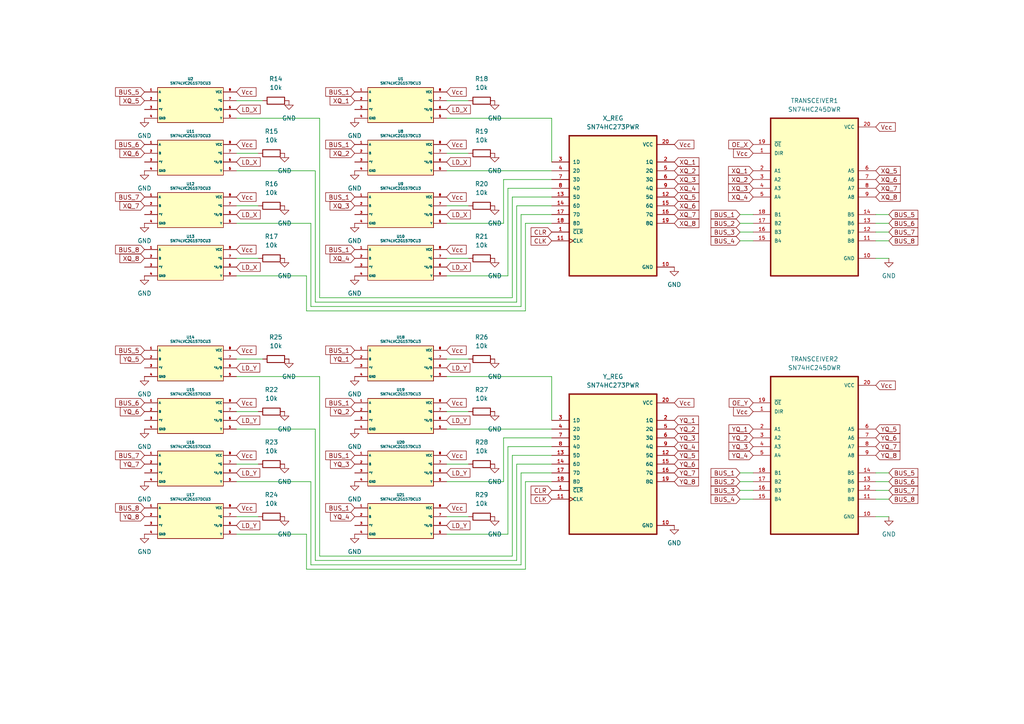
<source format=kicad_sch>
(kicad_sch (version 20250114) (generator "eeschema") (generator_version "9.0")
  (paper "A4")
  (lib_symbols
    (symbol "Device:R" (pin_numbers (hide yes)) (pin_names (offset 0))
      (property "Reference" "R" (at 2.032 0 90))
      (property "Value" "R" (at 0 0 90))
      (symbol "R_0_1"
        (rectangle (start -1.016 -2.54) (end 1.016 2.54) (stroke (width 0.254)))
      )
      (symbol "R_1_1"
        (pin passive line (at 0 3.81 270) (length 1.27) (name "~") (number "1"))
        (pin passive line (at 0 -3.81 90) (length 1.27) (name "~") (number "2"))
      )
    )
    (symbol "SN74HC245DWR:SN74HC245DWR" (pin_names (offset 1.016))
      (property "Reference" "U" (at -12.7 23.86 0))
      (property "Value" "SN74HC245DWR" (at -12.7 -26.86 0))
      (symbol "SN74HC245DWR_0_0"
        (rectangle (start -12.7 -22.86) (end 12.7 22.86) (stroke (width 0.41)) (fill (type background)))
        (pin input line (at -17.78 15.24 0) (length 5.08) (name "~{OE}") (number "19"))
        (pin input line (at -17.78 12.7 0) (length 5.08) (name "DIR") (number "1"))
        (pin bidirectional line (at -17.78 7.62 0) (length 5.08) (name "A1") (number "2"))
        (pin bidirectional line (at -17.78 5.08 0) (length 5.08) (name "A2") (number "3"))
        (pin bidirectional line (at -17.78 2.54 0) (length 5.08) (name "A3") (number "4"))
        (pin bidirectional line (at -17.78 0 0) (length 5.08) (name "A4") (number "5"))
        (pin bidirectional line (at -17.78 -5.08 0) (length 5.08) (name "B1") (number "18"))
        (pin bidirectional line (at -17.78 -7.62 0) (length 5.08) (name "B2") (number "17"))
        (pin bidirectional line (at -17.78 -10.16 0) (length 5.08) (name "B3") (number "16"))
        (pin bidirectional line (at -17.78 -12.7 0) (length 5.08) (name "B4") (number "15"))
        (pin power_in line (at 17.78 20.32 180) (length 5.08) (name "VCC") (number "20"))
        (pin bidirectional line (at 17.78 7.62 180) (length 5.08) (name "A5") (number "6"))
        (pin bidirectional line (at 17.78 5.08 180) (length 5.08) (name "A6") (number "7"))
        (pin bidirectional line (at 17.78 2.54 180) (length 5.08) (name "A7") (number "8"))
        (pin bidirectional line (at 17.78 0 180) (length 5.08) (name "A8") (number "9"))
        (pin bidirectional line (at 17.78 -5.08 180) (length 5.08) (name "B5") (number "14"))
        (pin bidirectional line (at 17.78 -7.62 180) (length 5.08) (name "B6") (number "13"))
        (pin bidirectional line (at 17.78 -10.16 180) (length 5.08) (name "B7") (number "12"))
        (pin bidirectional line (at 17.78 -12.7 180) (length 5.08) (name "B8") (number "11"))
        (pin power_in line (at 17.78 -17.78 180) (length 5.08) (name "GND") (number "10"))
      )
    )
    (symbol "SN74HC273PWR:SN74HC273PWR" (pin_names (offset 1.016))
      (property "Reference" "U" (at -12.7 21.32 0))
      (property "Value" "SN74HC273PWR" (at -12.7 -24.32 0))
      (symbol "SN74HC273PWR_0_0"
        (rectangle (start -12.7 -20.32) (end 12.7 20.32) (stroke (width 0.41)) (fill (type background)))
        (pin input line (at -17.78 12.7 0) (length 5.08) (name "1D") (number "3"))
        (pin input line (at -17.78 10.16 0) (length 5.08) (name "2D") (number "4"))
        (pin input line (at -17.78 7.62 0) (length 5.08) (name "3D") (number "7"))
        (pin input line (at -17.78 5.08 0) (length 5.08) (name "4D") (number "8"))
        (pin input line (at -17.78 2.54 0) (length 5.08) (name "5D") (number "13"))
        (pin input line (at -17.78 0 0) (length 5.08) (name "6D") (number "14"))
        (pin input line (at -17.78 -2.54 0) (length 5.08) (name "7D") (number "17"))
        (pin input line (at -17.78 -5.08 0) (length 5.08) (name "8D") (number "18"))
        (pin input line (at -17.78 -7.62 0) (length 5.08) (name "~{CLR}") (number "1"))
        (pin input clock (at -17.78 -10.16 0) (length 5.08) (name "CLK") (number "11"))
        (pin power_in line (at 17.78 17.78 180) (length 5.08) (name "VCC") (number "20"))
        (pin output line (at 17.78 12.7 180) (length 5.08) (name "1Q") (number "2"))
        (pin output line (at 17.78 10.16 180) (length 5.08) (name "2Q") (number "5"))
        (pin output line (at 17.78 7.62 180) (length 5.08) (name "3Q") (number "6"))
        (pin output line (at 17.78 5.08 180) (length 5.08) (name "4Q") (number "9"))
        (pin output line (at 17.78 2.54 180) (length 5.08) (name "5Q") (number "12"))
        (pin output line (at 17.78 0 180) (length 5.08) (name "6Q") (number "15"))
        (pin output line (at 17.78 -2.54 180) (length 5.08) (name "7Q") (number "16"))
        (pin output line (at 17.78 -5.08 180) (length 5.08) (name "8Q") (number "19"))
        (pin power_in line (at 17.78 -17.78 180) (length 5.08) (name "GND") (number "10"))
      )
    )
    (symbol "SN74LVC2G157DCU3:SN74LVC2G157DCU3" (pin_names (offset 0.254))
      (property "Reference" "U" (at 28.702 -30.226 0))
      (property "Value" "SN74LVC2G157DCU3" (at 28.448 -32.004 0))
      (symbol "SN74LVC2G157DCU3_0_1"
        (polyline (pts (xy 19.05 -33.02) (xy 19.05 -43.18)) (stroke (width 0.127)))
        (polyline (pts (xy 19.05 -43.18) (xy 38.1 -43.18)) (stroke (width 0.127)))
        (polyline (pts (xy 38.1 -33.02) (xy 19.05 -33.02)) (stroke (width 0.127)))
        (polyline (pts (xy 38.1 -43.18) (xy 38.1 -33.02)) (stroke (width 0.127)))
      )
      (symbol "SN74LVC2G157DCU3_1_1"
        (rectangle (start 19.05 -33.02) (end 38.1 -43.18) (fill (type background)))
        (pin input line (at 15.24 -34.29 0) (length 3.81) (name "A") (number "1"))
        (pin input line (at 15.24 -36.83 0) (length 3.81) (name "B") (number "2"))
        (pin output line (at 15.24 -39.37 0) (length 3.81) (name "*Y") (number "3"))
        (pin power_in line (at 15.24 -41.91 0) (length 3.81) (name "GND") (number "4"))
        (pin power_in line (at 41.91 -34.29 180) (length 3.81) (name "VCC") (number "8"))
        (pin input line (at 41.91 -36.83 180) (length 3.81) (name "*G") (number "7"))
        (pin input line (at 41.91 -39.37 180) (length 3.81) (name "*A/B") (number "6"))
        (pin output line (at 41.91 -41.91 180) (length 3.81) (name "Y") (number "5"))
      )
    )
    (symbol "power:GND" (power) (pin_numbers (hide yes)) (pin_names (offset 0) (hide yes))
      (property "Value" "GND" (at 0 -3.81 0))
      (symbol "GND_0_1"
        (polyline (pts (xy 0 0) (xy 0 -1.27) (xy 1.27 -1.27) (xy 0 -2.54) (xy -1.27 -1.27) (xy 0 -1.27)))
      )
      (symbol "GND_1_1"
        (pin power_in line (at 0 0 270) (length 0) (name "~") (number "1"))
      )
    )
  )
  (wire (pts (xy 88.9 154.94) (xy 88.9 165.1)))
  (wire (pts (xy 149.86 59.69) (xy 160.02 59.69)))
  (wire (pts (xy 148.59 86.36) (xy 148.59 57.15)))
  (wire (pts (xy 214.63 139.7) (xy 218.44 139.7)))
  (wire (pts (xy 254 139.7) (xy 257.81 139.7)))
  (wire (pts (xy 214.63 62.23) (xy 218.44 62.23)))
  (wire (pts (xy 135.89 149.86) (xy 129.54 149.86)))
  (wire (pts (xy 135.89 59.69) (xy 129.54 59.69)))
  (wire (pts (xy 74.93 134.62) (xy 68.58 134.62)))
  (wire (pts (xy 129.54 109.22) (xy 160.02 109.22)))
  (wire (pts (xy 68.58 64.77) (xy 90.17 64.77)))
  (wire (pts (xy 151.13 163.83) (xy 151.13 137.16)))
  (wire (pts (xy 160.02 34.29) (xy 160.02 46.99)))
  (wire (pts (xy 74.93 119.38) (xy 68.58 119.38)))
  (wire (pts (xy 91.44 124.46) (xy 91.44 162.56)))
  (wire (pts (xy 149.86 134.62) (xy 160.02 134.62)))
  (wire (pts (xy 254 62.23) (xy 257.81 62.23)))
  (wire (pts (xy 254 74.93) (xy 257.81 74.93)))
  (wire (pts (xy 76.2 29.21) (xy 68.58 29.21)))
  (wire (pts (xy 160.02 109.22) (xy 160.02 121.92)))
  (wire (pts (xy 147.32 80.01) (xy 147.32 54.61)))
  (wire (pts (xy 146.05 127) (xy 160.02 127)))
  (wire (pts (xy 68.58 124.46) (xy 91.44 124.46)))
  (wire (pts (xy 74.93 59.69) (xy 68.58 59.69)))
  (wire (pts (xy 151.13 137.16) (xy 160.02 137.16)))
  (wire (pts (xy 129.54 80.01) (xy 147.32 80.01)))
  (wire (pts (xy 214.63 137.16) (xy 218.44 137.16)))
  (wire (pts (xy 152.4 64.77) (xy 160.02 64.77)))
  (wire (pts (xy 254 64.77) (xy 257.81 64.77)))
  (wire (pts (xy 152.4 165.1) (xy 152.4 139.7)))
  (wire (pts (xy 90.17 64.77) (xy 90.17 88.9)))
  (wire (pts (xy 146.05 52.07) (xy 160.02 52.07)))
  (wire (pts (xy 92.71 161.29) (xy 148.59 161.29)))
  (wire (pts (xy 91.44 87.63) (xy 149.86 87.63)))
  (wire (pts (xy 148.59 57.15) (xy 160.02 57.15)))
  (wire (pts (xy 129.54 139.7) (xy 146.05 139.7)))
  (wire (pts (xy 74.93 44.45) (xy 68.58 44.45)))
  (wire (pts (xy 68.58 109.22) (xy 92.71 109.22)))
  (wire (pts (xy 74.93 74.93) (xy 68.58 74.93)))
  (wire (pts (xy 149.86 162.56) (xy 149.86 134.62)))
  (wire (pts (xy 254 144.78) (xy 257.81 144.78)))
  (wire (pts (xy 135.89 104.14) (xy 129.54 104.14)))
  (wire (pts (xy 91.44 49.53) (xy 91.44 87.63)))
  (wire (pts (xy 92.71 34.29) (xy 92.71 86.36)))
  (wire (pts (xy 135.89 134.62) (xy 129.54 134.62)))
  (wire (pts (xy 149.86 87.63) (xy 149.86 59.69)))
  (wire (pts (xy 88.9 90.17) (xy 152.4 90.17)))
  (wire (pts (xy 135.89 29.21) (xy 129.54 29.21)))
  (wire (pts (xy 68.58 154.94) (xy 88.9 154.94)))
  (wire (pts (xy 151.13 88.9) (xy 151.13 62.23)))
  (wire (pts (xy 214.63 142.24) (xy 218.44 142.24)))
  (wire (pts (xy 90.17 163.83) (xy 151.13 163.83)))
  (wire (pts (xy 68.58 80.01) (xy 88.9 80.01)))
  (wire (pts (xy 214.63 69.85) (xy 218.44 69.85)))
  (wire (pts (xy 68.58 49.53) (xy 91.44 49.53)))
  (wire (pts (xy 135.89 119.38) (xy 129.54 119.38)))
  (wire (pts (xy 88.9 80.01) (xy 88.9 90.17)))
  (wire (pts (xy 214.63 67.31) (xy 218.44 67.31)))
  (wire (pts (xy 135.89 74.93) (xy 129.54 74.93)))
  (wire (pts (xy 214.63 144.78) (xy 218.44 144.78)))
  (wire (pts (xy 92.71 109.22) (xy 92.71 161.29)))
  (wire (pts (xy 254 69.85) (xy 257.81 69.85)))
  (wire (pts (xy 129.54 154.94) (xy 147.32 154.94)))
  (wire (pts (xy 92.71 86.36) (xy 148.59 86.36)))
  (wire (pts (xy 147.32 129.54) (xy 160.02 129.54)))
  (wire (pts (xy 254 149.86) (xy 257.81 149.86)))
  (wire (pts (xy 254 137.16) (xy 257.81 137.16)))
  (wire (pts (xy 147.32 54.61) (xy 160.02 54.61)))
  (wire (pts (xy 254 142.24) (xy 257.81 142.24)))
  (wire (pts (xy 68.58 34.29) (xy 92.71 34.29)))
  (wire (pts (xy 152.4 139.7) (xy 160.02 139.7)))
  (wire (pts (xy 129.54 34.29) (xy 160.02 34.29)))
  (wire (pts (xy 91.44 162.56) (xy 149.86 162.56)))
  (wire (pts (xy 74.93 149.86) (xy 68.58 149.86)))
  (wire (pts (xy 148.59 132.08) (xy 160.02 132.08)))
  (wire (pts (xy 129.54 64.77) (xy 146.05 64.77)))
  (wire (pts (xy 135.89 44.45) (xy 129.54 44.45)))
  (wire (pts (xy 146.05 64.77) (xy 146.05 52.07)))
  (wire (pts (xy 148.59 161.29) (xy 148.59 132.08)))
  (wire (pts (xy 129.54 124.46) (xy 160.02 124.46)))
  (wire (pts (xy 90.17 88.9) (xy 151.13 88.9)))
  (wire (pts (xy 151.13 62.23) (xy 160.02 62.23)))
  (wire (pts (xy 68.58 139.7) (xy 90.17 139.7)))
  (wire (pts (xy 152.4 90.17) (xy 152.4 64.77)))
  (wire (pts (xy 129.54 49.53) (xy 160.02 49.53)))
  (wire (pts (xy 146.05 139.7) (xy 146.05 127)))
  (wire (pts (xy 214.63 64.77) (xy 218.44 64.77)))
  (wire (pts (xy 90.17 139.7) (xy 90.17 163.83)))
  (wire (pts (xy 147.32 154.94) (xy 147.32 129.54)))
  (wire (pts (xy 254 67.31) (xy 257.81 67.31)))
  (wire (pts (xy 88.9 165.1) (xy 152.4 165.1)))
  (wire (pts (xy 76.2 104.14) (xy 68.58 104.14)))
  (global_label "YQ_1" (shape input) (at 218.44 124.46 180) (property "Intersheetrefs" "${INTERSHEET_REFS}" (effects (hide yes))))
  (global_label "Vcc" (shape input) (at 195.58 41.91 0) (property "Intersheetrefs" "${INTERSHEET_REFS}" (effects (hide yes))))
  (global_label "BUS_5" (shape input) (at 41.91 26.67 180) (property "Intersheetrefs" "${INTERSHEET_REFS}" (effects (hide yes))))
  (global_label "XQ_1" (shape input) (at 195.58 46.99 0) (property "Intersheetrefs" "${INTERSHEET_REFS}" (effects (hide yes))))
  (global_label "XQ_3" (shape input) (at 102.87 59.69 180) (property "Intersheetrefs" "${INTERSHEET_REFS}" (effects (hide yes))))
  (global_label "BUS_7" (shape input) (at 257.81 142.24 0) (property "Intersheetrefs" "${INTERSHEET_REFS}" (effects (hide yes))))
  (global_label "YQ_2" (shape input) (at 218.44 127 180) (property "Intersheetrefs" "${INTERSHEET_REFS}" (effects (hide yes))))
  (global_label "BUS_1" (shape input) (at 214.63 62.23 180) (property "Intersheetrefs" "${INTERSHEET_REFS}" (effects (hide yes))))
  (global_label "BUS_7" (shape input) (at 257.81 67.31 0) (property "Intersheetrefs" "${INTERSHEET_REFS}" (effects (hide yes))))
  (global_label "LD_Y" (shape input) (at 129.54 121.92 0) (property "Intersheetrefs" "${INTERSHEET_REFS}" (effects (hide yes))))
  (global_label "LD_X" (shape input) (at 129.54 46.99 0) (property "Intersheetrefs" "${INTERSHEET_REFS}" (effects (hide yes))))
  (global_label "YQ_7" (shape input) (at 41.91 134.62 180) (property "Intersheetrefs" "${INTERSHEET_REFS}" (effects (hide yes))))
  (global_label "YQ_2" (shape input) (at 102.87 119.38 180) (property "Intersheetrefs" "${INTERSHEET_REFS}" (effects (hide yes))))
  (global_label "YQ_1" (shape input) (at 102.87 104.14 180) (property "Intersheetrefs" "${INTERSHEET_REFS}" (effects (hide yes))))
  (global_label "Vcc" (shape input) (at 68.58 101.6 0) (property "Intersheetrefs" "${INTERSHEET_REFS}" (effects (hide yes))))
  (global_label "Vcc" (shape input) (at 129.54 101.6 0) (property "Intersheetrefs" "${INTERSHEET_REFS}" (effects (hide yes))))
  (global_label "YQ_1" (shape input) (at 195.58 121.92 0) (property "Intersheetrefs" "${INTERSHEET_REFS}" (effects (hide yes))))
  (global_label "Vcc" (shape input) (at 254 111.76 0) (property "Intersheetrefs" "${INTERSHEET_REFS}" (effects (hide yes))))
  (global_label "XQ_4" (shape input) (at 195.58 54.61 0) (property "Intersheetrefs" "${INTERSHEET_REFS}" (effects (hide yes))))
  (global_label "LD_Y" (shape input) (at 68.58 106.68 0) (property "Intersheetrefs" "${INTERSHEET_REFS}" (effects (hide yes))))
  (global_label "BUS_7" (shape input) (at 41.91 57.15 180) (property "Intersheetrefs" "${INTERSHEET_REFS}" (effects (hide yes))))
  (global_label "BUS_3" (shape input) (at 214.63 67.31 180) (property "Intersheetrefs" "${INTERSHEET_REFS}" (effects (hide yes))))
  (global_label "XQ_7" (shape input) (at 195.58 62.23 0) (property "Intersheetrefs" "${INTERSHEET_REFS}" (effects (hide yes))))
  (global_label "Vcc" (shape input) (at 129.54 116.84 0) (property "Intersheetrefs" "${INTERSHEET_REFS}" (effects (hide yes))))
  (global_label "LD_X" (shape input) (at 68.58 62.23 0) (property "Intersheetrefs" "${INTERSHEET_REFS}" (effects (hide yes))))
  (global_label "BUS_7" (shape input) (at 41.91 132.08 180) (property "Intersheetrefs" "${INTERSHEET_REFS}" (effects (hide yes))))
  (global_label "XQ_6" (shape input) (at 254 52.07 0) (property "Intersheetrefs" "${INTERSHEET_REFS}" (effects (hide yes))))
  (global_label "YQ_6" (shape input) (at 254 127 0) (property "Intersheetrefs" "${INTERSHEET_REFS}" (effects (hide yes))))
  (global_label "LD_X" (shape input) (at 68.58 31.75 0) (property "Intersheetrefs" "${INTERSHEET_REFS}" (effects (hide yes))))
  (global_label "BUS_6" (shape input) (at 41.91 116.84 180) (property "Intersheetrefs" "${INTERSHEET_REFS}" (effects (hide yes))))
  (global_label "BUS_1" (shape input) (at 102.87 72.39 180) (property "Intersheetrefs" "${INTERSHEET_REFS}" (effects (hide yes))))
  (global_label "Vcc" (shape input) (at 68.58 72.39 0) (property "Intersheetrefs" "${INTERSHEET_REFS}" (effects (hide yes))))
  (global_label "YQ_2" (shape input) (at 195.58 124.46 0) (property "Intersheetrefs" "${INTERSHEET_REFS}" (effects (hide yes))))
  (global_label "BUS_6" (shape input) (at 257.81 139.7 0) (property "Intersheetrefs" "${INTERSHEET_REFS}" (effects (hide yes))))
  (global_label "Vcc" (shape input) (at 129.54 132.08 0) (property "Intersheetrefs" "${INTERSHEET_REFS}" (effects (hide yes))))
  (global_label "OE_X" (shape input) (at 218.44 41.91 180) (property "Intersheetrefs" "${INTERSHEET_REFS}" (effects (hide yes))))
  (global_label "YQ_8" (shape input) (at 41.91 149.86 180) (property "Intersheetrefs" "${INTERSHEET_REFS}" (effects (hide yes))))
  (global_label "LD_X" (shape input) (at 68.58 77.47 0) (property "Intersheetrefs" "${INTERSHEET_REFS}" (effects (hide yes))))
  (global_label "Vcc" (shape input) (at 68.58 57.15 0) (property "Intersheetrefs" "${INTERSHEET_REFS}" (effects (hide yes))))
  (global_label "YQ_7" (shape input) (at 195.58 137.16 0) (property "Intersheetrefs" "${INTERSHEET_REFS}" (effects (hide yes))))
  (global_label "YQ_6" (shape input) (at 41.91 119.38 180) (property "Intersheetrefs" "${INTERSHEET_REFS}" (effects (hide yes))))
  (global_label "XQ_7" (shape input) (at 41.91 59.69 180) (property "Intersheetrefs" "${INTERSHEET_REFS}" (effects (hide yes))))
  (global_label "XQ_2" (shape input) (at 195.58 49.53 0) (property "Intersheetrefs" "${INTERSHEET_REFS}" (effects (hide yes))))
  (global_label "CLR" (shape input) (at 160.02 142.24 180) (property "Intersheetrefs" "${INTERSHEET_REFS}" (effects (hide yes))))
  (global_label "XQ_2" (shape input) (at 218.44 52.07 180) (property "Intersheetrefs" "${INTERSHEET_REFS}" (effects (hide yes))))
  (global_label "XQ_5" (shape input) (at 41.91 29.21 180) (property "Intersheetrefs" "${INTERSHEET_REFS}" (effects (hide yes))))
  (global_label "YQ_4" (shape input) (at 102.87 149.86 180) (property "Intersheetrefs" "${INTERSHEET_REFS}" (effects (hide yes))))
  (global_label "OE_Y" (shape input) (at 218.44 116.84 180) (property "Intersheetrefs" "${INTERSHEET_REFS}" (effects (hide yes))))
  (global_label "LD_Y" (shape input) (at 68.58 152.4 0) (property "Intersheetrefs" "${INTERSHEET_REFS}" (effects (hide yes))))
  (global_label "CLK" (shape input) (at 160.02 69.85 180) (property "Intersheetrefs" "${INTERSHEET_REFS}" (effects (hide yes))))
  (global_label "BUS_5" (shape input) (at 41.91 101.6 180) (property "Intersheetrefs" "${INTERSHEET_REFS}" (effects (hide yes))))
  (global_label "BUS_1" (shape input) (at 102.87 147.32 180) (property "Intersheetrefs" "${INTERSHEET_REFS}" (effects (hide yes))))
  (global_label "Vcc" (shape input) (at 68.58 41.91 0) (property "Intersheetrefs" "${INTERSHEET_REFS}" (effects (hide yes))))
  (global_label "BUS_4" (shape input) (at 214.63 69.85 180) (property "Intersheetrefs" "${INTERSHEET_REFS}" (effects (hide yes))))
  (global_label "Vcc" (shape input) (at 68.58 116.84 0) (property "Intersheetrefs" "${INTERSHEET_REFS}" (effects (hide yes))))
  (global_label "BUS_3" (shape input) (at 214.63 142.24 180) (property "Intersheetrefs" "${INTERSHEET_REFS}" (effects (hide yes))))
  (global_label "BUS_5" (shape input) (at 257.81 62.23 0) (property "Intersheetrefs" "${INTERSHEET_REFS}" (effects (hide yes))))
  (global_label "BUS_1" (shape input) (at 102.87 41.91 180) (property "Intersheetrefs" "${INTERSHEET_REFS}" (effects (hide yes))))
  (global_label "Vcc" (shape input) (at 68.58 132.08 0) (property "Intersheetrefs" "${INTERSHEET_REFS}" (effects (hide yes))))
  (global_label "XQ_1" (shape input) (at 218.44 49.53 180) (property "Intersheetrefs" "${INTERSHEET_REFS}" (effects (hide yes))))
  (global_label "LD_Y" (shape input) (at 68.58 137.16 0) (property "Intersheetrefs" "${INTERSHEET_REFS}" (effects (hide yes))))
  (global_label "YQ_7" (shape input) (at 254 129.54 0) (property "Intersheetrefs" "${INTERSHEET_REFS}" (effects (hide yes))))
  (global_label "BUS_2" (shape input) (at 214.63 64.77 180) (property "Intersheetrefs" "${INTERSHEET_REFS}" (effects (hide yes))))
  (global_label "XQ_6" (shape input) (at 41.91 44.45 180) (property "Intersheetrefs" "${INTERSHEET_REFS}" (effects (hide yes))))
  (global_label "Vcc" (shape input) (at 254 36.83 0) (property "Intersheetrefs" "${INTERSHEET_REFS}" (effects (hide yes))))
  (global_label "Vcc" (shape input) (at 218.44 44.45 180) (property "Intersheetrefs" "${INTERSHEET_REFS}" (effects (hide yes))))
  (global_label "BUS_8" (shape input) (at 257.81 69.85 0) (property "Intersheetrefs" "${INTERSHEET_REFS}" (effects (hide yes))))
  (global_label "Vcc" (shape input) (at 195.58 116.84 0) (property "Intersheetrefs" "${INTERSHEET_REFS}" (effects (hide yes))))
  (global_label "BUS_1" (shape input) (at 214.63 137.16 180) (property "Intersheetrefs" "${INTERSHEET_REFS}" (effects (hide yes))))
  (global_label "Vcc" (shape input) (at 68.58 147.32 0) (property "Intersheetrefs" "${INTERSHEET_REFS}" (effects (hide yes))))
  (global_label "XQ_5" (shape input) (at 195.58 57.15 0) (property "Intersheetrefs" "${INTERSHEET_REFS}" (effects (hide yes))))
  (global_label "LD_Y" (shape input) (at 129.54 152.4 0) (property "Intersheetrefs" "${INTERSHEET_REFS}" (effects (hide yes))))
  (global_label "BUS_8" (shape input) (at 41.91 72.39 180) (property "Intersheetrefs" "${INTERSHEET_REFS}" (effects (hide yes))))
  (global_label "BUS_1" (shape input) (at 102.87 57.15 180) (property "Intersheetrefs" "${INTERSHEET_REFS}" (effects (hide yes))))
  (global_label "YQ_8" (shape input) (at 195.58 139.7 0) (property "Intersheetrefs" "${INTERSHEET_REFS}" (effects (hide yes))))
  (global_label "BUS_5" (shape input) (at 257.81 137.16 0) (property "Intersheetrefs" "${INTERSHEET_REFS}" (effects (hide yes))))
  (global_label "BUS_4" (shape input) (at 214.63 144.78 180) (property "Intersheetrefs" "${INTERSHEET_REFS}" (effects (hide yes))))
  (global_label "LD_Y" (shape input) (at 68.58 121.92 0) (property "Intersheetrefs" "${INTERSHEET_REFS}" (effects (hide yes))))
  (global_label "BUS_1" (shape input) (at 102.87 132.08 180) (property "Intersheetrefs" "${INTERSHEET_REFS}" (effects (hide yes))))
  (global_label "BUS_8" (shape input) (at 41.91 147.32 180) (property "Intersheetrefs" "${INTERSHEET_REFS}" (effects (hide yes))))
  (global_label "XQ_1" (shape input) (at 102.87 29.21 180) (property "Intersheetrefs" "${INTERSHEET_REFS}" (effects (hide yes))))
  (global_label "CLK" (shape input) (at 160.02 144.78 180) (property "Intersheetrefs" "${INTERSHEET_REFS}" (effects (hide yes))))
  (global_label "YQ_8" (shape input) (at 254 132.08 0) (property "Intersheetrefs" "${INTERSHEET_REFS}" (effects (hide yes))))
  (global_label "YQ_5" (shape input) (at 195.58 132.08 0) (property "Intersheetrefs" "${INTERSHEET_REFS}" (effects (hide yes))))
  (global_label "BUS_2" (shape input) (at 214.63 139.7 180) (property "Intersheetrefs" "${INTERSHEET_REFS}" (effects (hide yes))))
  (global_label "XQ_4" (shape input) (at 102.87 74.93 180) (property "Intersheetrefs" "${INTERSHEET_REFS}" (effects (hide yes))))
  (global_label "BUS_1" (shape input) (at 102.87 26.67 180) (property "Intersheetrefs" "${INTERSHEET_REFS}" (effects (hide yes))))
  (global_label "XQ_8" (shape input) (at 254 57.15 0) (property "Intersheetrefs" "${INTERSHEET_REFS}" (effects (hide yes))))
  (global_label "BUS_6" (shape input) (at 257.81 64.77 0) (property "Intersheetrefs" "${INTERSHEET_REFS}" (effects (hide yes))))
  (global_label "YQ_6" (shape input) (at 195.58 134.62 0) (property "Intersheetrefs" "${INTERSHEET_REFS}" (effects (hide yes))))
  (global_label "YQ_3" (shape input) (at 102.87 134.62 180) (property "Intersheetrefs" "${INTERSHEET_REFS}" (effects (hide yes))))
  (global_label "Vcc" (shape input) (at 129.54 72.39 0) (property "Intersheetrefs" "${INTERSHEET_REFS}" (effects (hide yes))))
  (global_label "LD_X" (shape input) (at 129.54 31.75 0) (property "Intersheetrefs" "${INTERSHEET_REFS}" (effects (hide yes))))
  (global_label "YQ_4" (shape input) (at 218.44 132.08 180) (property "Intersheetrefs" "${INTERSHEET_REFS}" (effects (hide yes))))
  (global_label "YQ_3" (shape input) (at 195.58 127 0) (property "Intersheetrefs" "${INTERSHEET_REFS}" (effects (hide yes))))
  (global_label "BUS_1" (shape input) (at 102.87 116.84 180) (property "Intersheetrefs" "${INTERSHEET_REFS}" (effects (hide yes))))
  (global_label "YQ_3" (shape input) (at 218.44 129.54 180) (property "Intersheetrefs" "${INTERSHEET_REFS}" (effects (hide yes))))
  (global_label "LD_X" (shape input) (at 129.54 77.47 0) (property "Intersheetrefs" "${INTERSHEET_REFS}" (effects (hide yes))))
  (global_label "XQ_8" (shape input) (at 41.91 74.93 180) (property "Intersheetrefs" "${INTERSHEET_REFS}" (effects (hide yes))))
  (global_label "Vcc" (shape input) (at 129.54 26.67 0) (property "Intersheetrefs" "${INTERSHEET_REFS}" (effects (hide yes))))
  (global_label "XQ_8" (shape input) (at 195.58 64.77 0) (property "Intersheetrefs" "${INTERSHEET_REFS}" (effects (hide yes))))
  (global_label "BUS_6" (shape input) (at 41.91 41.91 180) (property "Intersheetrefs" "${INTERSHEET_REFS}" (effects (hide yes))))
  (global_label "CLR" (shape input) (at 160.02 67.31 180) (property "Intersheetrefs" "${INTERSHEET_REFS}" (effects (hide yes))))
  (global_label "Vcc" (shape input) (at 129.54 41.91 0) (property "Intersheetrefs" "${INTERSHEET_REFS}" (effects (hide yes))))
  (global_label "YQ_5" (shape input) (at 41.91 104.14 180) (property "Intersheetrefs" "${INTERSHEET_REFS}" (effects (hide yes))))
  (global_label "Vcc" (shape input) (at 68.58 26.67 0) (property "Intersheetrefs" "${INTERSHEET_REFS}" (effects (hide yes))))
  (global_label "YQ_4" (shape input) (at 195.58 129.54 0) (property "Intersheetrefs" "${INTERSHEET_REFS}" (effects (hide yes))))
  (global_label "LD_Y" (shape input) (at 129.54 106.68 0) (property "Intersheetrefs" "${INTERSHEET_REFS}" (effects (hide yes))))
  (global_label "XQ_7" (shape input) (at 254 54.61 0) (property "Intersheetrefs" "${INTERSHEET_REFS}" (effects (hide yes))))
  (global_label "XQ_4" (shape input) (at 218.44 57.15 180) (property "Intersheetrefs" "${INTERSHEET_REFS}" (effects (hide yes))))
  (global_label "BUS_1" (shape input) (at 102.87 101.6 180) (property "Intersheetrefs" "${INTERSHEET_REFS}" (effects (hide yes))))
  (global_label "Vcc" (shape input) (at 129.54 57.15 0) (property "Intersheetrefs" "${INTERSHEET_REFS}" (effects (hide yes))))
  (global_label "LD_Y" (shape input) (at 129.54 137.16 0) (property "Intersheetrefs" "${INTERSHEET_REFS}" (effects (hide yes))))
  (global_label "XQ_2" (shape input) (at 102.87 44.45 180) (property "Intersheetrefs" "${INTERSHEET_REFS}" (effects (hide yes))))
  (global_label "XQ_5" (shape input) (at 254 49.53 0) (property "Intersheetrefs" "${INTERSHEET_REFS}" (effects (hide yes))))
  (global_label "LD_X" (shape input) (at 68.58 46.99 0) (property "Intersheetrefs" "${INTERSHEET_REFS}" (effects (hide yes))))
  (global_label "Vcc" (shape input) (at 129.54 147.32 0) (property "Intersheetrefs" "${INTERSHEET_REFS}" (effects (hide yes))))
  (global_label "YQ_5" (shape input) (at 254 124.46 0) (property "Intersheetrefs" "${INTERSHEET_REFS}" (effects (hide yes))))
  (global_label "BUS_8" (shape input) (at 257.81 144.78 0) (property "Intersheetrefs" "${INTERSHEET_REFS}" (effects (hide yes))))
  (global_label "XQ_6" (shape input) (at 195.58 59.69 0) (property "Intersheetrefs" "${INTERSHEET_REFS}" (effects (hide yes))))
  (global_label "Vcc" (shape input) (at 218.44 119.38 180) (property "Intersheetrefs" "${INTERSHEET_REFS}" (effects (hide yes))))
  (global_label "XQ_3" (shape input) (at 195.58 52.07 0) (property "Intersheetrefs" "${INTERSHEET_REFS}" (effects (hide yes))))
  (global_label "XQ_3" (shape input) (at 218.44 54.61 180) (property "Intersheetrefs" "${INTERSHEET_REFS}" (effects (hide yes))))
  (global_label "LD_X" (shape input) (at 129.54 62.23 0) (property "Intersheetrefs" "${INTERSHEET_REFS}" (effects (hide yes))))
  (symbol (lib_id "Device:R") (at 139.7 59.69 90) (unit 1)
    (property "Reference" "R20" (at 139.7 53.34 90))
    (property "Value" "10k" (at 139.7 55.88 90))
    (property "Description" "Resistor" (effects (hide yes)))
  )
  (symbol (lib_id "SN74HC245DWR:SN74HC245DWR") (at 236.22 132.08 0) (unit 1)
    (property "Reference" "TRANSCEIVER2" (at 236.22 104.14 0))
    (property "Value" "SN74HC245DWR" (at 236.22 106.68 0))
    (property "Footprint" "SN74HC245DWR:SOIC127P1030X265-20N" (effects (hide yes)))
  )
  (symbol (lib_id "power:GND") (at 102.87 154.94 0) (unit 1)
    (property "Reference" "#PWR071" (effects (hide yes)))
    (property "Value" "GND" (at 102.87 160.02 0))
    (property "Description" "Power symbol creates a global label with name \"GND\" , ground" (effects (hide yes)))
  )
  (symbol (lib_id "Device:R") (at 78.74 44.45 90) (unit 1)
    (property "Reference" "R15" (at 78.74 38.1 90))
    (property "Value" "10k" (at 78.74 40.64 90))
    (property "Description" "Resistor" (effects (hide yes)))
  )
  (symbol (lib_id "power:GND") (at 195.58 77.47 0) (unit 1)
    (property "Reference" "#PWR042" (effects (hide yes)))
    (property "Value" "GND" (at 195.58 82.55 0))
    (property "Description" "Power symbol creates a global label with name \"GND\" , ground" (effects (hide yes)))
  )
  (symbol (lib_id "Device:R") (at 78.74 149.86 90) (unit 1)
    (property "Reference" "R24" (at 78.74 143.51 90))
    (property "Value" "10k" (at 78.74 146.05 90))
    (property "Description" "Resistor" (effects (hide yes)))
  )
  (symbol (lib_id "SN74LVC2G157DCU3:SN74LVC2G157DCU3") (at 87.63 82.55 0) (unit 1)
    (property "Reference" "U19" (at 116.205 113.03 0) (effects (font (size 0.762 0.762))))
    (property "Value" "SN74LVC2G157DCU3" (at 116.205 114.3 0) (effects (font (size 0.762 0.762))))
    (property "Footprint" "DCU8" (effects (hide yes)))
    (property "Datasheet" "https://www.ti.com/lit/gpn/sn74lvc2g157" (effects (hide yes)))
  )
  (symbol (lib_id "power:GND") (at 102.87 124.46 0) (unit 1)
    (property "Reference" "#PWR069" (effects (hide yes)))
    (property "Value" "GND" (at 102.87 129.54 0))
    (property "Description" "Power symbol creates a global label with name \"GND\" , ground" (effects (hide yes)))
  )
  (symbol (lib_id "Device:R") (at 139.7 149.86 90) (unit 1)
    (property "Reference" "R29" (at 139.7 143.51 90))
    (property "Value" "10k" (at 139.7 146.05 90))
    (property "Description" "Resistor" (effects (hide yes)))
  )
  (symbol (lib_id "Device:R") (at 139.7 44.45 90) (unit 1)
    (property "Reference" "R19" (at 139.7 38.1 90))
    (property "Value" "10k" (at 139.7 40.64 90))
    (property "Description" "Resistor" (effects (hide yes)))
  )
  (symbol (lib_id "SN74LVC2G157DCU3:SN74LVC2G157DCU3") (at 26.67 82.55 0) (unit 1)
    (property "Reference" "U15" (at 55.245 113.03 0) (effects (font (size 0.762 0.762))))
    (property "Value" "SN74LVC2G157DCU3" (at 55.245 114.3 0) (effects (font (size 0.762 0.762))))
    (property "Footprint" "DCU8" (effects (hide yes)))
    (property "Datasheet" "https://www.ti.com/lit/gpn/sn74lvc2g157" (effects (hide yes)))
  )
  (symbol (lib_id "SN74LVC2G157DCU3:SN74LVC2G157DCU3") (at 87.63 38.1 0) (unit 1)
    (property "Reference" "U10" (at 116.205 68.58 0) (effects (font (size 0.762 0.762))))
    (property "Value" "SN74LVC2G157DCU3" (at 116.205 69.85 0) (effects (font (size 0.762 0.762))))
    (property "Footprint" "DCU8" (effects (hide yes)))
    (property "Datasheet" "https://www.ti.com/lit/gpn/sn74lvc2g157" (effects (hide yes)))
  )
  (symbol (lib_id "SN74HC273PWR:SN74HC273PWR") (at 177.8 59.69 0) (unit 1)
    (property "Reference" "X_REG" (at 177.8 34.29 0))
    (property "Value" "SN74HC273PWR" (at 177.8 36.83 0))
    (property "Footprint" "SN74HC273PWR:SOP65P640X120-20N" (effects (hide yes)))
  )
  (symbol (lib_id "SN74LVC2G157DCU3:SN74LVC2G157DCU3") (at 26.67 7.62 0) (unit 1)
    (property "Reference" "U11" (at 55.245 38.1 0) (effects (font (size 0.762 0.762))))
    (property "Value" "SN74LVC2G157DCU3" (at 55.245 39.37 0) (effects (font (size 0.762 0.762))))
    (property "Footprint" "DCU8" (effects (hide yes)))
    (property "Datasheet" "https://www.ti.com/lit/gpn/sn74lvc2g157" (effects (hide yes)))
  )
  (symbol (lib_id "power:GND") (at 102.87 34.29 0) (unit 1)
    (property "Reference" "#PWR049" (effects (hide yes)))
    (property "Value" "GND" (at 102.87 39.37 0))
    (property "Description" "Power symbol creates a global label with name \"GND\" , ground" (effects (hide yes)))
  )
  (symbol (lib_id "Device:R") (at 78.74 134.62 90) (unit 1)
    (property "Reference" "R23" (at 78.74 128.27 90))
    (property "Value" "10k" (at 78.74 130.81 90))
    (property "Description" "Resistor" (effects (hide yes)))
  )
  (symbol (lib_id "SN74LVC2G157DCU3:SN74LVC2G157DCU3") (at 87.63 67.31 0) (unit 1)
    (property "Reference" "U18" (at 116.205 97.79 0) (effects (font (size 0.762 0.762))))
    (property "Value" "SN74LVC2G157DCU3" (at 116.205 99.06 0) (effects (font (size 0.762 0.762))))
    (property "Footprint" "DCU8" (effects (hide yes)))
    (property "Datasheet" "https://www.ti.com/lit/gpn/sn74lvc2g157" (effects (hide yes)))
  )
  (symbol (lib_id "SN74LVC2G157DCU3:SN74LVC2G157DCU3") (at 87.63 113.03 0) (unit 1)
    (property "Reference" "U21" (at 116.205 143.51 0) (effects (font (size 0.762 0.762))))
    (property "Value" "SN74LVC2G157DCU3" (at 116.205 144.78 0) (effects (font (size 0.762 0.762))))
    (property "Footprint" "DCU8" (effects (hide yes)))
    (property "Datasheet" "https://www.ti.com/lit/gpn/sn74lvc2g157" (effects (hide yes)))
  )
  (symbol (lib_id "power:GND") (at 102.87 80.01 0) (unit 1)
    (property "Reference" "#PWR052" (effects (hide yes)))
    (property "Value" "GND" (at 102.87 85.09 0))
    (property "Description" "Power symbol creates a global label with name \"GND\" , ground" (effects (hide yes)))
  )
  (symbol (lib_id "SN74LVC2G157DCU3:SN74LVC2G157DCU3") (at 26.67 113.03 0) (unit 1)
    (property "Reference" "U17" (at 55.245 143.51 0) (effects (font (size 0.762 0.762))))
    (property "Value" "SN74LVC2G157DCU3" (at 55.245 144.78 0) (effects (font (size 0.762 0.762))))
    (property "Footprint" "DCU8" (effects (hide yes)))
    (property "Datasheet" "https://www.ti.com/lit/gpn/sn74lvc2g157" (effects (hide yes)))
  )
  (symbol (lib_id "power:GND") (at 102.87 49.53 0) (unit 1)
    (property "Reference" "#PWR050" (effects (hide yes)))
    (property "Value" "GND" (at 102.87 54.61 0))
    (property "Description" "Power symbol creates a global label with name \"GND\" , ground" (effects (hide yes)))
  )
  (symbol (lib_id "SN74LVC2G157DCU3:SN74LVC2G157DCU3") (at 87.63 97.79 0) (unit 1)
    (property "Reference" "U20" (at 116.205 128.27 0) (effects (font (size 0.762 0.762))))
    (property "Value" "SN74LVC2G157DCU3" (at 116.205 129.54 0) (effects (font (size 0.762 0.762))))
    (property "Footprint" "DCU8" (effects (hide yes)))
    (property "Datasheet" "https://www.ti.com/lit/gpn/sn74lvc2g157" (effects (hide yes)))
  )
  (symbol (lib_id "power:GND") (at 143.51 59.69 0) (unit 1)
    (property "Reference" "#PWR059" (effects (hide yes)))
    (property "Value" "GND" (at 143.51 64.77 0))
    (property "Description" "Power symbol creates a global label with name \"GND\" , ground" (effects (hide yes)))
  )
  (symbol (lib_id "Device:R") (at 139.7 134.62 90) (unit 1)
    (property "Reference" "R28" (at 139.7 128.27 90))
    (property "Value" "10k" (at 139.7 130.81 90))
    (property "Description" "Resistor" (effects (hide yes)))
  )
  (symbol (lib_id "power:GND") (at 41.91 154.94 0) (unit 1)
    (property "Reference" "#PWR063" (effects (hide yes)))
    (property "Value" "GND" (at 41.91 160.02 0))
    (property "Description" "Power symbol creates a global label with name \"GND\" , ground" (effects (hide yes)))
  )
  (symbol (lib_id "power:GND") (at 83.82 104.14 0) (unit 1)
    (property "Reference" "#PWR067" (effects (hide yes)))
    (property "Value" "GND" (at 83.82 109.22 0))
    (property "Description" "Power symbol creates a global label with name \"GND\" , ground" (effects (hide yes)))
  )
  (symbol (lib_id "Device:R") (at 80.01 29.21 90) (unit 1)
    (property "Reference" "R14" (at 80.01 22.86 90))
    (property "Value" "10k" (at 80.01 25.4 90))
    (property "Description" "Resistor" (effects (hide yes)))
  )
  (symbol (lib_id "SN74HC245DWR:SN74HC245DWR") (at 236.22 57.15 0) (unit 1)
    (property "Reference" "TRANSCEIVER1" (at 236.22 29.21 0))
    (property "Value" "SN74HC245DWR" (at 236.22 31.75 0))
    (property "Footprint" "SN74HC245DWR:SOIC127P1030X265-20N" (effects (hide yes)))
  )
  (symbol (lib_id "power:GND") (at 143.51 134.62 0) (unit 1)
    (property "Reference" "#PWR074" (effects (hide yes)))
    (property "Value" "GND" (at 143.51 139.7 0))
    (property "Description" "Power symbol creates a global label with name \"GND\" , ground" (effects (hide yes)))
  )
  (symbol (lib_id "power:GND") (at 143.51 29.21 0) (unit 1)
    (property "Reference" "#PWR057" (effects (hide yes)))
    (property "Value" "GND" (at 143.51 34.29 0))
    (property "Description" "Power symbol creates a global label with name \"GND\" , ground" (effects (hide yes)))
  )
  (symbol (lib_id "power:GND") (at 143.51 74.93 0) (unit 1)
    (property "Reference" "#PWR060" (effects (hide yes)))
    (property "Value" "GND" (at 143.51 80.01 0))
    (property "Description" "Power symbol creates a global label with name \"GND\" , ground" (effects (hide yes)))
  )
  (symbol (lib_id "Device:R") (at 78.74 59.69 90) (unit 1)
    (property "Reference" "R16" (at 78.74 53.34 90))
    (property "Value" "10k" (at 78.74 55.88 90))
    (property "Description" "Resistor" (effects (hide yes)))
  )
  (symbol (lib_id "Device:R") (at 78.74 74.93 90) (unit 1)
    (property "Reference" "R17" (at 78.74 68.58 90))
    (property "Value" "10k" (at 78.74 71.12 90))
    (property "Description" "Resistor" (effects (hide yes)))
  )
  (symbol (lib_id "SN74LVC2G157DCU3:SN74LVC2G157DCU3") (at 26.67 38.1 0) (unit 1)
    (property "Reference" "U13" (at 55.245 68.58 0) (effects (font (size 0.762 0.762))))
    (property "Value" "SN74LVC2G157DCU3" (at 55.245 69.85 0) (effects (font (size 0.762 0.762))))
    (property "Footprint" "DCU8" (effects (hide yes)))
    (property "Datasheet" "https://www.ti.com/lit/gpn/sn74lvc2g157" (effects (hide yes)))
  )
  (symbol (lib_id "power:GND") (at 143.51 119.38 0) (unit 1)
    (property "Reference" "#PWR073" (effects (hide yes)))
    (property "Value" "GND" (at 143.51 124.46 0))
    (property "Description" "Power symbol creates a global label with name \"GND\" , ground" (effects (hide yes)))
  )
  (symbol (lib_id "Device:R") (at 139.7 29.21 90) (unit 1)
    (property "Reference" "R18" (at 139.7 22.86 90))
    (property "Value" "10k" (at 139.7 25.4 90))
    (property "Description" "Resistor" (effects (hide yes)))
  )
  (symbol (lib_id "power:GND") (at 102.87 139.7 0) (unit 1)
    (property "Reference" "#PWR070" (effects (hide yes)))
    (property "Value" "GND" (at 102.87 144.78 0))
    (property "Description" "Power symbol creates a global label with name \"GND\" , ground" (effects (hide yes)))
  )
  (symbol (lib_id "power:GND") (at 83.82 29.21 0) (unit 1)
    (property "Reference" "#PWR021" (effects (hide yes)))
    (property "Value" "GND" (at 83.82 34.29 0))
    (property "Description" "Power symbol creates a global label with name \"GND\" , ground" (effects (hide yes)))
  )
  (symbol (lib_id "Device:R") (at 139.7 74.93 90) (unit 1)
    (property "Reference" "R21" (at 139.7 68.58 90))
    (property "Value" "10k" (at 139.7 71.12 90))
    (property "Description" "Resistor" (effects (hide yes)))
  )
  (symbol (lib_id "SN74LVC2G157DCU3:SN74LVC2G157DCU3") (at 87.63 7.62 0) (unit 1)
    (property "Reference" "U8" (at 116.205 38.1 0) (effects (font (size 0.762 0.762))))
    (property "Value" "SN74LVC2G157DCU3" (at 116.205 39.37 0) (effects (font (size 0.762 0.762))))
    (property "Footprint" "DCU8" (effects (hide yes)))
    (property "Datasheet" "https://www.ti.com/lit/gpn/sn74lvc2g157" (effects (hide yes)))
  )
  (symbol (lib_id "power:GND") (at 82.55 74.93 0) (unit 1)
    (property "Reference" "#PWR048" (effects (hide yes)))
    (property "Value" "GND" (at 82.55 80.01 0))
    (property "Description" "Power symbol creates a global label with name \"GND\" , ground" (effects (hide yes)))
  )
  (symbol (lib_id "Device:R") (at 139.7 104.14 90) (unit 1)
    (property "Reference" "R26" (at 139.7 97.79 90))
    (property "Value" "10k" (at 139.7 100.33 90))
    (property "Description" "Resistor" (effects (hide yes)))
  )
  (symbol (lib_id "SN74LVC2G157DCU3:SN74LVC2G157DCU3") (at 26.67 -7.62 0) (unit 1)
    (property "Reference" "U2" (at 55.245 22.86 0) (effects (font (size 0.762 0.762))))
    (property "Value" "SN74LVC2G157DCU3" (at 55.245 24.13 0) (effects (font (size 0.762 0.762))))
    (property "Footprint" "DCU8" (effects (hide yes)))
    (property "Datasheet" "https://www.ti.com/lit/gpn/sn74lvc2g157" (effects (hide yes)))
  )
  (symbol (lib_id "power:GND") (at 143.51 149.86 0) (unit 1)
    (property "Reference" "#PWR075" (effects (hide yes)))
    (property "Value" "GND" (at 143.51 154.94 0))
    (property "Description" "Power symbol creates a global label with name \"GND\" , ground" (effects (hide yes)))
  )
  (symbol (lib_id "SN74LVC2G157DCU3:SN74LVC2G157DCU3") (at 87.63 -7.62 0) (unit 1)
    (property "Reference" "U1" (at 116.205 22.86 0) (effects (font (size 0.762 0.762))))
    (property "Value" "SN74LVC2G157DCU3" (at 116.205 24.13 0) (effects (font (size 0.762 0.762))))
    (property "Footprint" "DCU8" (effects (hide yes)))
    (property "Datasheet" "https://www.ti.com/lit/gpn/sn74lvc2g157" (effects (hide yes)))
  )
  (symbol (lib_id "power:GND") (at 41.91 109.22 0) (unit 1)
    (property "Reference" "#PWR022" (effects (hide yes)))
    (property "Value" "GND" (at 41.91 114.3 0))
    (property "Description" "Power symbol creates a global label with name \"GND\" , ground" (effects (hide yes)))
  )
  (symbol (lib_id "SN74LVC2G157DCU3:SN74LVC2G157DCU3") (at 26.67 97.79 0) (unit 1)
    (property "Reference" "U16" (at 55.245 128.27 0) (effects (font (size 0.762 0.762))))
    (property "Value" "SN74LVC2G157DCU3" (at 55.245 129.54 0) (effects (font (size 0.762 0.762))))
    (property "Footprint" "DCU8" (effects (hide yes)))
    (property "Datasheet" "https://www.ti.com/lit/gpn/sn74lvc2g157" (effects (hide yes)))
  )
  (symbol (lib_id "power:GND") (at 143.51 104.14 0) (unit 1)
    (property "Reference" "#PWR072" (effects (hide yes)))
    (property "Value" "GND" (at 143.51 109.22 0))
    (property "Description" "Power symbol creates a global label with name \"GND\" , ground" (effects (hide yes)))
  )
  (symbol (lib_id "Device:R") (at 80.01 104.14 90) (unit 1)
    (property "Reference" "R25" (at 80.01 97.79 90))
    (property "Value" "10k" (at 80.01 100.33 90))
    (property "Description" "Resistor" (effects (hide yes)))
  )
  (symbol (lib_id "power:GND") (at 41.91 124.46 0) (unit 1)
    (property "Reference" "#PWR061" (effects (hide yes)))
    (property "Value" "GND" (at 41.91 129.54 0))
    (property "Description" "Power symbol creates a global label with name \"GND\" , ground" (effects (hide yes)))
  )
  (symbol (lib_id "SN74LVC2G157DCU3:SN74LVC2G157DCU3") (at 87.63 22.86 0) (unit 1)
    (property "Reference" "U9" (at 116.205 53.34 0) (effects (font (size 0.762 0.762))))
    (property "Value" "SN74LVC2G157DCU3" (at 116.205 54.61 0) (effects (font (size 0.762 0.762))))
    (property "Footprint" "DCU8" (effects (hide yes)))
    (property "Datasheet" "https://www.ti.com/lit/gpn/sn74lvc2g157" (effects (hide yes)))
  )
  (symbol (lib_id "power:GND") (at 41.91 64.77 0) (unit 1)
    (property "Reference" "#PWR055" (effects (hide yes)))
    (property "Value" "GND" (at 41.91 69.85 0))
    (property "Description" "Power symbol creates a global label with name \"GND\" , ground" (effects (hide yes)))
  )
  (symbol (lib_id "power:GND") (at 41.91 80.01 0) (unit 1)
    (property "Reference" "#PWR056" (effects (hide yes)))
    (property "Value" "GND" (at 41.91 85.09 0))
    (property "Description" "Power symbol creates a global label with name \"GND\" , ground" (effects (hide yes)))
  )
  (symbol (lib_id "power:GND") (at 102.87 64.77 0) (unit 1)
    (property "Reference" "#PWR051" (effects (hide yes)))
    (property "Value" "GND" (at 102.87 69.85 0))
    (property "Description" "Power symbol creates a global label with name \"GND\" , ground" (effects (hide yes)))
  )
  (symbol (lib_id "power:GND") (at 41.91 49.53 0) (unit 1)
    (property "Reference" "#PWR054" (effects (hide yes)))
    (property "Value" "GND" (at 41.91 54.61 0))
    (property "Description" "Power symbol creates a global label with name \"GND\" , ground" (effects (hide yes)))
  )
  (symbol (lib_id "power:GND") (at 143.51 44.45 0) (unit 1)
    (property "Reference" "#PWR058" (effects (hide yes)))
    (property "Value" "GND" (at 143.51 49.53 0))
    (property "Description" "Power symbol creates a global label with name \"GND\" , ground" (effects (hide yes)))
  )
  (symbol (lib_id "power:GND") (at 82.55 44.45 0) (unit 1)
    (property "Reference" "#PWR045" (effects (hide yes)))
    (property "Value" "GND" (at 82.55 49.53 0))
    (property "Description" "Power symbol creates a global label with name \"GND\" , ground" (effects (hide yes)))
  )
  (symbol (lib_id "power:GND") (at 41.91 34.29 0) (unit 1)
    (property "Reference" "#PWR053" (effects (hide yes)))
    (property "Value" "GND" (at 41.91 39.37 0))
    (property "Description" "Power symbol creates a global label with name \"GND\" , ground" (effects (hide yes)))
  )
  (symbol (lib_id "SN74HC273PWR:SN74HC273PWR") (at 177.8 134.62 0) (unit 1)
    (property "Reference" "Y_REG" (at 177.8 109.22 0))
    (property "Value" "SN74HC273PWR" (at 177.8 111.76 0))
    (property "Footprint" "SN74HC273PWR:SOP65P640X120-20N" (effects (hide yes)))
  )
  (symbol (lib_id "SN74LVC2G157DCU3:SN74LVC2G157DCU3") (at 26.67 22.86 0) (unit 1)
    (property "Reference" "U12" (at 55.245 53.34 0) (effects (font (size 0.762 0.762))))
    (property "Value" "SN74LVC2G157DCU3" (at 55.245 54.61 0) (effects (font (size 0.762 0.762))))
    (property "Footprint" "DCU8" (effects (hide yes)))
    (property "Datasheet" "https://www.ti.com/lit/gpn/sn74lvc2g157" (effects (hide yes)))
  )
  (symbol (lib_id "power:GND") (at 82.55 134.62 0) (unit 1)
    (property "Reference" "#PWR065" (effects (hide yes)))
    (property "Value" "GND" (at 82.55 139.7 0))
    (property "Description" "Power symbol creates a global label with name \"GND\" , ground" (effects (hide yes)))
  )
  (symbol (lib_id "power:GND") (at 195.58 152.4 0) (unit 1)
    (property "Reference" "#PWR076" (effects (hide yes)))
    (property "Value" "GND" (at 195.58 157.48 0))
    (property "Description" "Power symbol creates a global label with name \"GND\" , ground" (effects (hide yes)))
  )
  (symbol (lib_id "power:GND") (at 41.91 139.7 0) (unit 1)
    (property "Reference" "#PWR062" (effects (hide yes)))
    (property "Value" "GND" (at 41.91 144.78 0))
    (property "Description" "Power symbol creates a global label with name \"GND\" , ground" (effects (hide yes)))
  )
  (symbol (lib_id "Device:R") (at 78.74 119.38 90) (unit 1)
    (property "Reference" "R22" (at 78.74 113.03 90))
    (property "Value" "10k" (at 78.74 115.57 90))
    (property "Description" "Resistor" (effects (hide yes)))
  )
  (symbol (lib_id "power:GND") (at 82.55 119.38 0) (unit 1)
    (property "Reference" "#PWR064" (effects (hide yes)))
    (property "Value" "GND" (at 82.55 124.46 0))
    (property "Description" "Power symbol creates a global label with name \"GND\" , ground" (effects (hide yes)))
  )
  (symbol (lib_id "power:GND") (at 257.81 149.86 0) (unit 1)
    (property "Reference" "#PWR077" (effects (hide yes)))
    (property "Value" "GND" (at 257.81 154.94 0))
    (property "Description" "Power symbol creates a global label with name \"GND\" , ground" (effects (hide yes)))
  )
  (symbol (lib_id "power:GND") (at 82.55 149.86 0) (unit 1)
    (property "Reference" "#PWR066" (effects (hide yes)))
    (property "Value" "GND" (at 82.55 154.94 0))
    (property "Description" "Power symbol creates a global label with name \"GND\" , ground" (effects (hide yes)))
  )
  (symbol (lib_id "SN74LVC2G157DCU3:SN74LVC2G157DCU3") (at 26.67 67.31 0) (unit 1)
    (property "Reference" "U14" (at 55.245 97.79 0) (effects (font (size 0.762 0.762))))
    (property "Value" "SN74LVC2G157DCU3" (at 55.245 99.06 0) (effects (font (size 0.762 0.762))))
    (property "Footprint" "DCU8" (effects (hide yes)))
    (property "Datasheet" "https://www.ti.com/lit/gpn/sn74lvc2g157" (effects (hide yes)))
  )
  (symbol (lib_id "Device:R") (at 139.7 119.38 90) (unit 1)
    (property "Reference" "R27" (at 139.7 113.03 90))
    (property "Value" "10k" (at 139.7 115.57 90))
    (property "Description" "Resistor" (effects (hide yes)))
  )
  (symbol (lib_id "power:GND") (at 102.87 109.22 0) (unit 1)
    (property "Reference" "#PWR068" (effects (hide yes)))
    (property "Value" "GND" (at 102.87 114.3 0))
    (property "Description" "Power symbol creates a global label with name \"GND\" , ground" (effects (hide yes)))
  )
  (symbol (lib_id "power:GND") (at 82.55 59.69 0) (unit 1)
    (property "Reference" "#PWR047" (effects (hide yes)))
    (property "Value" "GND" (at 82.55 64.77 0))
    (property "Description" "Power symbol creates a global label with name \"GND\" , ground" (effects (hide yes)))
  )
  (symbol (lib_id "power:GND") (at 257.81 74.93 0) (unit 1)
    (property "Reference" "#PWR046" (effects (hide yes)))
    (property "Value" "GND" (at 257.81 80.01 0))
    (property "Description" "Power symbol creates a global label with name \"GND\" , ground" (effects (hide yes)))
  )
)
</source>
